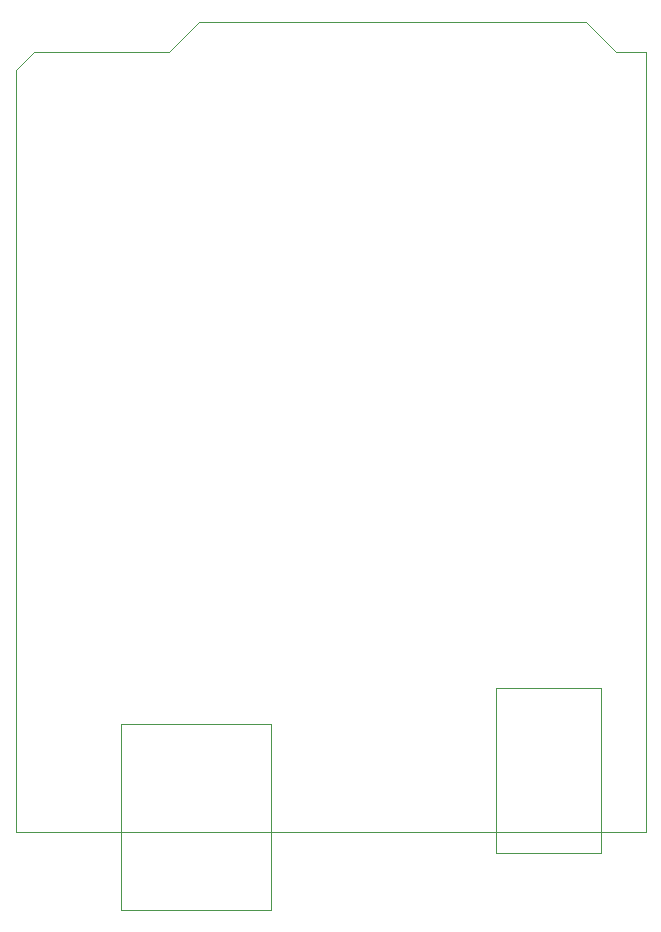
<source format=gbo>
G75*
%MOIN*%
%OFA0B0*%
%FSLAX24Y24*%
%IPPOS*%
%LPD*%
%AMOC8*
5,1,8,0,0,1.08239X$1,22.5*
%
%ADD10C,0.0000*%
D10*
X000250Y002700D02*
X021250Y002700D01*
X021250Y028700D01*
X020250Y028700D01*
X019250Y029700D01*
X006350Y029700D01*
X005350Y028700D01*
X000850Y028700D01*
X000250Y028100D01*
X000250Y002700D01*
X003750Y000100D02*
X008750Y000100D01*
X008750Y006300D01*
X003750Y006300D01*
X003750Y000100D01*
X016250Y002000D02*
X019750Y002000D01*
X019750Y007500D01*
X016250Y007500D01*
X016250Y002000D01*
M02*

</source>
